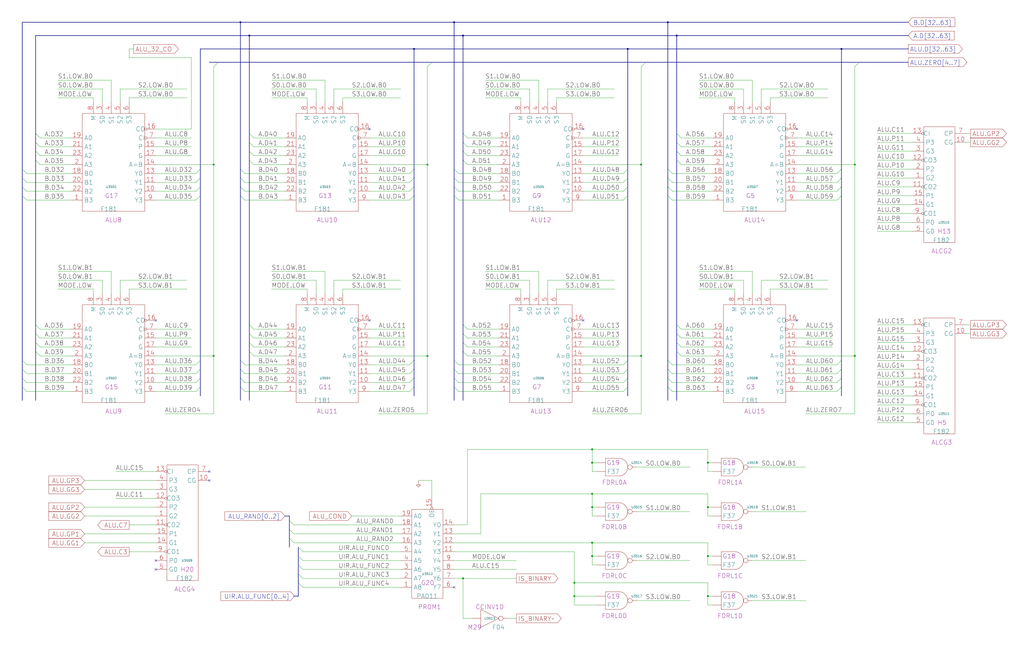
<source format=kicad_sch>
(kicad_sch (version 20250114) (generator "eeschema") (generator_version "9.0")
  (paper "User" 584.2 378.46)
  (title_block (title "ALU ARRAY\\nLEAST SIGNIFICANT BITS") (date "22-MAR-90") (rev "1.0") (comment 1 "VALUE") (comment 2 "232-003063") (comment 3 "S400") (comment 4 "RELEASED"))
  (junction (at 337.82 281.94))
  (junction (at 337.82 309.88))
  (junction (at 337.82 256.54))
  (junction (at 381 12.7))
  (junction (at 403.86 264.16))
  (junction (at 259.08 12.7))
  (junction (at 480.06 27.94))
  (junction (at 358.14 27.94))
  (junction (at 403.86 289.56))
  (junction (at 137.16 12.7))
  (junction (at 264.16 20.32))
  (junction (at 121.92 93.98))
  (junction (at 327.66 332.74))
  (junction (at 403.86 340.36))
  (junction (at 243.84 93.98))
  (junction (at 365.76 203.2))
  (junction (at 264.16 330.2))
  (junction (at 243.84 203.2))
  (junction (at 365.76 93.98))
  (junction (at 236.22 27.94))
  (junction (at 337.82 289.56))
  (junction (at 403.86 317.5))
  (junction (at 327.66 340.36))
  (junction (at 487.68 93.98))
  (junction (at 142.24 20.32))
  (junction (at 337.82 317.5))
  (junction (at 487.68 203.2))
  (junction (at 121.92 203.2))
  (junction (at 337.82 264.16))
  (junction (at 386.08 20.32))
  (no_connect (at 88.9 182.88))
  (no_connect (at 119.38 269.24))
  (no_connect (at 454.66 182.88))
  (no_connect (at 210.82 182.88))
  (no_connect (at 332.74 73.66))
  (no_connect (at 454.66 73.66))
  (no_connect (at 332.74 182.88))
  (no_connect (at 210.82 73.66))
  (no_connect (at 88.9 325.12))
  (no_connect (at 259.08 335.28))
  (no_connect (at 119.38 274.32))
  (no_connect (at 88.9 320.04))
  (bus_entry (at 480.06 220.98) (size -2.54 2.54))
  (bus_entry (at 480.06 205.74) (size -2.54 2.54))
  (bus_entry (at 170.18 312.42) (size 2.54 2.54))
  (bus_entry (at 20.32 86.36) (size 2.54 2.54))
  (bus_entry (at 358.14 106.68) (size -2.54 2.54))
  (bus_entry (at 114.3 210.82) (size -2.54 2.54))
  (bus_entry (at 12.7 106.68) (size 2.54 2.54))
  (bus_entry (at 165.1 307.34) (size 2.54 2.54))
  (bus_entry (at 114.3 220.98) (size -2.54 2.54))
  (bus_entry (at 236.22 210.82) (size -2.54 2.54))
  (bus_entry (at 12.7 111.76) (size 2.54 2.54))
  (bus_entry (at 259.08 111.76) (size 2.54 2.54))
  (bus_entry (at 264.16 200.66) (size 2.54 2.54))
  (bus_entry (at 386.08 76.2) (size 2.54 2.54))
  (bus_entry (at 480.06 101.6) (size -2.54 2.54))
  (bus_entry (at 381 101.6) (size 2.54 2.54))
  (bus_entry (at 114.3 111.76) (size -2.54 2.54))
  (bus_entry (at 12.7 220.98) (size 2.54 2.54))
  (bus_entry (at 264.16 185.42) (size 2.54 2.54))
  (bus_entry (at 137.16 96.52) (size 2.54 2.54))
  (bus_entry (at 236.22 111.76) (size -2.54 2.54))
  (bus_entry (at 137.16 111.76) (size 2.54 2.54))
  (bus_entry (at 236.22 101.6) (size -2.54 2.54))
  (bus_entry (at 381 210.82) (size 2.54 2.54))
  (bus_entry (at 381 220.98) (size 2.54 2.54))
  (bus_entry (at 358.14 210.82) (size -2.54 2.54))
  (bus_entry (at 386.08 200.66) (size 2.54 2.54))
  (bus_entry (at 386.08 185.42) (size 2.54 2.54))
  (bus_entry (at 259.08 205.74) (size 2.54 2.54))
  (bus_entry (at 114.3 215.9) (size -2.54 2.54))
  (bus_entry (at 381 205.74) (size 2.54 2.54))
  (bus_entry (at 142.24 195.58) (size 2.54 2.54))
  (bus_entry (at 142.24 190.5) (size 2.54 2.54))
  (bus_entry (at 20.32 76.2) (size 2.54 2.54))
  (bus_entry (at 165.1 302.26) (size 2.54 2.54))
  (bus_entry (at 264.16 76.2) (size 2.54 2.54))
  (bus_entry (at 264.16 91.44) (size 2.54 2.54))
  (bus_entry (at 170.18 332.74) (size 2.54 2.54))
  (bus_entry (at 137.16 205.74) (size 2.54 2.54))
  (bus_entry (at 20.32 200.66) (size 2.54 2.54))
  (bus_entry (at 137.16 210.82) (size 2.54 2.54))
  (bus_entry (at 142.24 185.42) (size 2.54 2.54))
  (bus_entry (at 259.08 96.52) (size 2.54 2.54))
  (bus_entry (at 170.18 327.66) (size 2.54 2.54))
  (bus_entry (at 142.24 91.44) (size 2.54 2.54))
  (bus_entry (at 137.16 106.68) (size 2.54 2.54))
  (bus_entry (at 480.06 111.76) (size -2.54 2.54))
  (bus_entry (at 165.1 297.18) (size 2.54 2.54))
  (bus_entry (at 20.32 91.44) (size 2.54 2.54))
  (bus_entry (at 381 96.52) (size 2.54 2.54))
  (bus_entry (at 236.22 215.9) (size -2.54 2.54))
  (bus_entry (at 264.16 195.58) (size 2.54 2.54))
  (bus_entry (at 124.46 35.56) (size -2.54 2.54))
  (bus_entry (at 236.22 106.68) (size -2.54 2.54))
  (bus_entry (at 386.08 81.28) (size 2.54 2.54))
  (bus_entry (at 12.7 210.82) (size 2.54 2.54))
  (bus_entry (at 20.32 185.42) (size 2.54 2.54))
  (bus_entry (at 12.7 101.6) (size 2.54 2.54))
  (bus_entry (at 170.18 322.58) (size 2.54 2.54))
  (bus_entry (at 480.06 210.82) (size -2.54 2.54))
  (bus_entry (at 114.3 101.6) (size -2.54 2.54))
  (bus_entry (at 236.22 96.52) (size -2.54 2.54))
  (bus_entry (at 259.08 210.82) (size 2.54 2.54))
  (bus_entry (at 259.08 215.9) (size 2.54 2.54))
  (bus_entry (at 358.14 96.52) (size -2.54 2.54))
  (bus_entry (at 368.3 35.56) (size -2.54 2.54))
  (bus_entry (at 170.18 317.5) (size 2.54 2.54))
  (bus_entry (at 386.08 195.58) (size 2.54 2.54))
  (bus_entry (at 490.22 35.56) (size -2.54 2.54))
  (bus_entry (at 142.24 76.2) (size 2.54 2.54))
  (bus_entry (at 137.16 220.98) (size 2.54 2.54))
  (bus_entry (at 358.14 111.76) (size -2.54 2.54))
  (bus_entry (at 20.32 195.58) (size 2.54 2.54))
  (bus_entry (at 137.16 215.9) (size 2.54 2.54))
  (bus_entry (at 264.16 190.5) (size 2.54 2.54))
  (bus_entry (at 137.16 101.6) (size 2.54 2.54))
  (bus_entry (at 381 215.9) (size 2.54 2.54))
  (bus_entry (at 246.38 35.56) (size -2.54 2.54))
  (bus_entry (at 480.06 96.52) (size -2.54 2.54))
  (bus_entry (at 20.32 190.5) (size 2.54 2.54))
  (bus_entry (at 480.06 106.68) (size -2.54 2.54))
  (bus_entry (at 358.14 101.6) (size -2.54 2.54))
  (bus_entry (at 480.06 215.9) (size -2.54 2.54))
  (bus_entry (at 386.08 86.36) (size 2.54 2.54))
  (bus_entry (at 264.16 86.36) (size 2.54 2.54))
  (bus_entry (at 264.16 81.28) (size 2.54 2.54))
  (bus_entry (at 259.08 101.6) (size 2.54 2.54))
  (bus_entry (at 12.7 96.52) (size 2.54 2.54))
  (bus_entry (at 259.08 220.98) (size 2.54 2.54))
  (bus_entry (at 20.32 81.28) (size 2.54 2.54))
  (bus_entry (at 358.14 215.9) (size -2.54 2.54))
  (bus_entry (at 142.24 86.36) (size 2.54 2.54))
  (bus_entry (at 12.7 205.74) (size 2.54 2.54))
  (bus_entry (at 386.08 190.5) (size 2.54 2.54))
  (bus_entry (at 114.3 205.74) (size -2.54 2.54))
  (bus_entry (at 381 106.68) (size 2.54 2.54))
  (bus_entry (at 114.3 96.52) (size -2.54 2.54))
  (bus_entry (at 259.08 106.68) (size 2.54 2.54))
  (bus_entry (at 12.7 215.9) (size 2.54 2.54))
  (bus_entry (at 236.22 205.74) (size -2.54 2.54))
  (bus_entry (at 142.24 200.66) (size 2.54 2.54))
  (bus_entry (at 381 111.76) (size 2.54 2.54))
  (bus_entry (at 358.14 220.98) (size -2.54 2.54))
  (bus_entry (at 114.3 106.68) (size -2.54 2.54))
  (bus_entry (at 358.14 205.74) (size -2.54 2.54))
  (bus_entry (at 142.24 81.28) (size 2.54 2.54))
  (bus_entry (at 386.08 91.44) (size 2.54 2.54))
  (bus_entry (at 236.22 220.98) (size -2.54 2.54))
  (bus (pts (xy 358.14 205.74) (xy 358.14 210.82)))
  (wire (pts (xy 398.78 45.72) (xy 429.26 45.72)))
  (wire (pts (xy 190.5 50.8) (xy 228.6 50.8)))
  (bus (pts (xy 12.7 96.52) (xy 12.7 101.6)))
  (wire (pts (xy 73.66 58.42) (xy 73.66 55.88)))
  (bus (pts (xy 170.18 312.42) (xy 170.18 317.5)))
  (bus (pts (xy 381 210.82) (xy 381 215.9)))
  (wire (pts (xy 312.42 167.64) (xy 312.42 160.02)))
  (bus (pts (xy 20.32 185.42) (xy 20.32 190.5)))
  (wire (pts (xy 398.78 55.88) (xy 419.1 55.88)))
  (wire (pts (xy 327.66 340.36) (xy 340.36 340.36)))
  (wire (pts (xy 266.7 193.04) (xy 284.48 193.04)))
  (wire (pts (xy 388.62 187.96) (xy 406.4 187.96)))
  (wire (pts (xy 63.5 58.42) (xy 63.5 45.72)))
  (wire (pts (xy 454.66 93.98) (xy 487.68 93.98)))
  (wire (pts (xy 434.34 58.42) (xy 434.34 50.8)))
  (wire (pts (xy 383.54 109.22) (xy 406.4 109.22)))
  (bus (pts (xy 381 12.7) (xy 381 96.52)))
  (bus (pts (xy 381 101.6) (xy 381 106.68)))
  (bus (pts (xy 264.16 200.66) (xy 264.16 228.6)))
  (wire (pts (xy 154.94 45.72) (xy 185.42 45.72)))
  (bus (pts (xy 259.08 101.6) (xy 259.08 106.68)))
  (wire (pts (xy 15.24 218.44) (xy 40.64 218.44)))
  (wire (pts (xy 276.86 45.72) (xy 307.34 45.72)))
  (wire (pts (xy 500.38 86.36) (xy 520.7 86.36)))
  (wire (pts (xy 307.34 167.64) (xy 307.34 154.94)))
  (bus (pts (xy 381 12.7) (xy 518.16 12.7)))
  (bus (pts (xy 142.24 200.66) (xy 142.24 228.6)))
  (bus (pts (xy 12.7 12.7) (xy 12.7 96.52)))
  (wire (pts (xy 500.38 205.74) (xy 520.7 205.74)))
  (bus (pts (xy 480.06 101.6) (xy 480.06 106.68)))
  (wire (pts (xy 403.86 264.16) (xy 406.4 264.16)))
  (bus (pts (xy 480.06 27.94) (xy 518.16 27.94)))
  (wire (pts (xy 261.62 208.28) (xy 284.48 208.28)))
  (wire (pts (xy 388.62 203.2) (xy 406.4 203.2)))
  (wire (pts (xy 144.78 198.12) (xy 162.56 198.12)))
  (wire (pts (xy 419.1 167.64) (xy 419.1 165.1)))
  (bus (pts (xy 137.16 111.76) (xy 137.16 205.74)))
  (wire (pts (xy 332.74 218.44) (xy 355.6 218.44)))
  (wire (pts (xy 276.86 55.88) (xy 297.18 55.88)))
  (wire (pts (xy 88.9 208.28) (xy 111.76 208.28)))
  (wire (pts (xy 33.02 160.02) (xy 58.42 160.02)))
  (wire (pts (xy 332.74 193.04) (xy 353.06 193.04)))
  (wire (pts (xy 33.02 50.8) (xy 58.42 50.8)))
  (wire (pts (xy 383.54 104.14) (xy 406.4 104.14)))
  (wire (pts (xy 33.02 165.1) (xy 53.34 165.1)))
  (wire (pts (xy 88.9 198.12) (xy 109.22 198.12)))
  (wire (pts (xy 243.84 93.98) (xy 243.84 38.1)))
  (wire (pts (xy 363.22 320.04) (xy 393.7 320.04)))
  (wire (pts (xy 190.5 160.02) (xy 228.6 160.02)))
  (wire (pts (xy 154.94 165.1) (xy 175.26 165.1)))
  (bus (pts (xy 236.22 101.6) (xy 236.22 106.68)))
  (wire (pts (xy 167.64 309.88) (xy 228.6 309.88)))
  (bus (pts (xy 480.06 111.76) (xy 480.06 205.74)))
  (wire (pts (xy 264.16 353.06) (xy 269.24 353.06)))
  (bus (pts (xy 259.08 111.76) (xy 259.08 205.74)))
  (wire (pts (xy 454.66 203.2) (xy 487.68 203.2)))
  (bus (pts (xy 20.32 76.2) (xy 20.32 81.28)))
  (wire (pts (xy 297.18 58.42) (xy 297.18 55.88)))
  (wire (pts (xy 274.32 304.8) (xy 274.32 281.94)))
  (wire (pts (xy 73.66 165.1) (xy 106.68 165.1)))
  (bus (pts (xy 264.16 91.44) (xy 264.16 185.42)))
  (wire (pts (xy 210.82 218.44) (xy 233.68 218.44)))
  (bus (pts (xy 142.24 20.32) (xy 142.24 76.2)))
  (wire (pts (xy 312.42 50.8) (xy 350.52 50.8)))
  (wire (pts (xy 487.68 93.98) (xy 487.68 38.1)))
  (bus (pts (xy 386.08 86.36) (xy 386.08 91.44)))
  (wire (pts (xy 500.38 132.08) (xy 520.7 132.08)))
  (wire (pts (xy 33.02 45.72) (xy 63.5 45.72)))
  (wire (pts (xy 243.84 236.22) (xy 243.84 203.2)))
  (wire (pts (xy 22.86 93.98) (xy 40.64 93.98)))
  (wire (pts (xy 429.26 266.7) (xy 459.74 266.7)))
  (wire (pts (xy 363.22 292.1) (xy 393.7 292.1)))
  (wire (pts (xy 388.62 193.04) (xy 406.4 193.04)))
  (wire (pts (xy 337.82 281.94) (xy 337.82 289.56)))
  (wire (pts (xy 172.72 330.2) (xy 228.6 330.2)))
  (wire (pts (xy 276.86 154.94) (xy 307.34 154.94)))
  (wire (pts (xy 259.08 304.8) (xy 274.32 304.8)))
  (wire (pts (xy 454.66 104.14) (xy 477.52 104.14)))
  (wire (pts (xy 139.7 218.44) (xy 162.56 218.44)))
  (wire (pts (xy 454.66 208.28) (xy 477.52 208.28)))
  (wire (pts (xy 487.68 236.22) (xy 487.68 203.2)))
  (bus (pts (xy 236.22 215.9) (xy 236.22 220.98)))
  (wire (pts (xy 454.66 78.74) (xy 474.98 78.74)))
  (wire (pts (xy 363.22 342.9) (xy 393.7 342.9)))
  (wire (pts (xy 68.58 167.64) (xy 68.58 160.02)))
  (wire (pts (xy 337.82 309.88) (xy 259.08 309.88)))
  (wire (pts (xy 388.62 198.12) (xy 406.4 198.12)))
  (wire (pts (xy 266.7 187.96) (xy 284.48 187.96)))
  (bus (pts (xy 480.06 210.82) (xy 480.06 215.9)))
  (wire (pts (xy 68.58 50.8) (xy 106.68 50.8)))
  (bus (pts (xy 170.18 322.58) (xy 170.18 327.66)))
  (wire (pts (xy 429.26 342.9) (xy 459.74 342.9)))
  (wire (pts (xy 73.66 299.72) (xy 88.9 299.72)))
  (wire (pts (xy 175.26 58.42) (xy 175.26 55.88)))
  (bus (pts (xy 386.08 190.5) (xy 386.08 195.58)))
  (wire (pts (xy 500.38 200.66) (xy 520.7 200.66)))
  (wire (pts (xy 398.78 165.1) (xy 419.1 165.1)))
  (wire (pts (xy 365.76 236.22) (xy 365.76 203.2)))
  (wire (pts (xy 15.24 208.28) (xy 40.64 208.28)))
  (wire (pts (xy 403.86 322.58) (xy 403.86 317.5)))
  (bus (pts (xy 386.08 20.32) (xy 518.16 20.32)))
  (bus (pts (xy 114.3 111.76) (xy 114.3 205.74)))
  (wire (pts (xy 434.34 160.02) (xy 472.44 160.02)))
  (bus (pts (xy 480.06 27.94) (xy 480.06 96.52)))
  (wire (pts (xy 264.16 330.2) (xy 294.64 330.2)))
  (wire (pts (xy 388.62 88.9) (xy 406.4 88.9)))
  (wire (pts (xy 297.18 167.64) (xy 297.18 165.1)))
  (wire (pts (xy 312.42 58.42) (xy 312.42 50.8)))
  (wire (pts (xy 172.72 325.12) (xy 228.6 325.12)))
  (wire (pts (xy 429.26 167.64) (xy 429.26 154.94)))
  (bus (pts (xy 386.08 81.28) (xy 386.08 86.36)))
  (wire (pts (xy 340.36 322.58) (xy 337.82 322.58)))
  (wire (pts (xy 439.42 165.1) (xy 472.44 165.1)))
  (bus (pts (xy 165.1 307.34) (xy 165.1 312.42)))
  (wire (pts (xy 424.18 167.64) (xy 424.18 160.02)))
  (wire (pts (xy 302.26 167.64) (xy 302.26 160.02)))
  (wire (pts (xy 48.26 294.64) (xy 88.9 294.64)))
  (wire (pts (xy 274.32 281.94) (xy 337.82 281.94)))
  (wire (pts (xy 317.5 58.42) (xy 317.5 55.88)))
  (wire (pts (xy 210.82 213.36) (xy 233.68 213.36)))
  (wire (pts (xy 500.38 76.2) (xy 520.7 76.2)))
  (bus (pts (xy 137.16 215.9) (xy 137.16 220.98)))
  (wire (pts (xy 154.94 50.8) (xy 180.34 50.8)))
  (wire (pts (xy 439.42 58.42) (xy 439.42 55.88)))
  (bus (pts (xy 386.08 91.44) (xy 386.08 185.42)))
  (bus (pts (xy 137.16 12.7) (xy 259.08 12.7)))
  (wire (pts (xy 337.82 264.16) (xy 340.36 264.16)))
  (wire (pts (xy 33.02 154.94) (xy 63.5 154.94)))
  (wire (pts (xy 317.5 167.64) (xy 317.5 165.1)))
  (wire (pts (xy 406.4 322.58) (xy 403.86 322.58)))
  (wire (pts (xy 266.7 256.54) (xy 337.82 256.54)))
  (wire (pts (xy 195.58 55.88) (xy 228.6 55.88)))
  (wire (pts (xy 383.54 218.44) (xy 406.4 218.44)))
  (bus (pts (xy 142.24 91.44) (xy 142.24 185.42)))
  (wire (pts (xy 195.58 165.1) (xy 228.6 165.1)))
  (bus (pts (xy 165.1 294.64) (xy 165.1 297.18)))
  (wire (pts (xy 337.82 289.56) (xy 337.82 294.64)))
  (bus (pts (xy 137.16 106.68) (xy 137.16 111.76)))
  (wire (pts (xy 403.86 317.5) (xy 406.4 317.5)))
  (wire (pts (xy 332.74 203.2) (xy 365.76 203.2)))
  (bus (pts (xy 358.14 220.98) (xy 358.14 226.06)))
  (wire (pts (xy 22.86 187.96) (xy 40.64 187.96)))
  (bus (pts (xy 114.3 205.74) (xy 114.3 210.82)))
  (wire (pts (xy 63.5 167.64) (xy 63.5 154.94)))
  (wire (pts (xy 261.62 114.3) (xy 284.48 114.3)))
  (wire (pts (xy 276.86 165.1) (xy 297.18 165.1)))
  (wire (pts (xy 88.9 114.3) (xy 111.76 114.3)))
  (wire (pts (xy 500.38 226.06) (xy 520.7 226.06)))
  (wire (pts (xy 144.78 93.98) (xy 162.56 93.98)))
  (wire (pts (xy 551.18 76.2) (xy 553.72 76.2)))
  (bus (pts (xy 358.14 96.52) (xy 358.14 101.6)))
  (wire (pts (xy 172.72 335.28) (xy 228.6 335.28)))
  (bus (pts (xy 165.1 297.18) (xy 165.1 302.26)))
  (bus (pts (xy 12.7 215.9) (xy 12.7 220.98)))
  (wire (pts (xy 312.42 160.02) (xy 350.52 160.02)))
  (wire (pts (xy 500.38 81.28) (xy 520.7 81.28)))
  (bus (pts (xy 12.7 101.6) (xy 12.7 106.68)))
  (bus (pts (xy 259.08 106.68) (xy 259.08 111.76)))
  (bus (pts (xy 114.3 215.9) (xy 114.3 220.98)))
  (wire (pts (xy 195.58 167.64) (xy 195.58 165.1)))
  (wire (pts (xy 172.72 314.96) (xy 228.6 314.96)))
  (wire (pts (xy 403.86 289.56) (xy 406.4 289.56)))
  (bus (pts (xy 236.22 111.76) (xy 236.22 205.74)))
  (wire (pts (xy 180.34 58.42) (xy 180.34 50.8)))
  (wire (pts (xy 266.7 88.9) (xy 284.48 88.9)))
  (wire (pts (xy 144.78 88.9) (xy 162.56 88.9)))
  (wire (pts (xy 88.9 93.98) (xy 121.92 93.98)))
  (wire (pts (xy 73.66 33.02) (xy 109.22 33.02)))
  (wire (pts (xy 261.62 223.52) (xy 284.48 223.52)))
  (bus (pts (xy 264.16 20.32) (xy 386.08 20.32)))
  (wire (pts (xy 88.9 83.82) (xy 109.22 83.82)))
  (wire (pts (xy 403.86 269.24) (xy 406.4 269.24)))
  (wire (pts (xy 429.26 292.1) (xy 459.74 292.1)))
  (wire (pts (xy 144.78 203.2) (xy 162.56 203.2)))
  (wire (pts (xy 68.58 58.42) (xy 68.58 50.8)))
  (bus (pts (xy 386.08 200.66) (xy 386.08 228.6)))
  (wire (pts (xy 383.54 213.36) (xy 406.4 213.36)))
  (wire (pts (xy 403.86 332.74) (xy 403.86 340.36)))
  (wire (pts (xy 332.74 187.96) (xy 353.06 187.96)))
  (wire (pts (xy 261.62 218.44) (xy 284.48 218.44)))
  (wire (pts (xy 454.66 213.36) (xy 477.52 213.36)))
  (bus (pts (xy 114.3 96.52) (xy 114.3 101.6)))
  (bus (pts (xy 480.06 96.52) (xy 480.06 101.6)))
  (wire (pts (xy 388.62 93.98) (xy 406.4 93.98)))
  (wire (pts (xy 332.74 213.36) (xy 355.6 213.36)))
  (wire (pts (xy 88.9 218.44) (xy 111.76 218.44)))
  (wire (pts (xy 383.54 223.52) (xy 406.4 223.52)))
  (wire (pts (xy 337.82 236.22) (xy 365.76 236.22)))
  (wire (pts (xy 73.66 314.96) (xy 88.9 314.96)))
  (wire (pts (xy 337.82 281.94) (xy 403.86 281.94)))
  (wire (pts (xy 454.66 193.04) (xy 474.98 193.04)))
  (wire (pts (xy 88.9 73.66) (xy 109.22 73.66)))
  (wire (pts (xy 190.5 167.64) (xy 190.5 160.02)))
  (wire (pts (xy 500.38 106.68) (xy 520.7 106.68)))
  (bus (pts (xy 170.18 327.66) (xy 170.18 332.74)))
  (wire (pts (xy 66.04 269.24) (xy 88.9 269.24)))
  (wire (pts (xy 73.66 27.94) (xy 73.66 33.02)))
  (wire (pts (xy 403.86 289.56) (xy 403.86 294.64)))
  (wire (pts (xy 144.78 83.82) (xy 162.56 83.82)))
  (bus (pts (xy 137.16 96.52) (xy 137.16 101.6)))
  (wire (pts (xy 259.08 299.72) (xy 266.7 299.72)))
  (wire (pts (xy 403.86 345.44) (xy 406.4 345.44)))
  (wire (pts (xy 139.7 109.22) (xy 162.56 109.22)))
  (wire (pts (xy 337.82 289.56) (xy 340.36 289.56)))
  (bus (pts (xy 137.16 210.82) (xy 137.16 215.9)))
  (bus (pts (xy 137.16 205.74) (xy 137.16 210.82)))
  (wire (pts (xy 200.66 294.64) (xy 228.6 294.64)))
  (wire (pts (xy 15.24 109.22) (xy 40.64 109.22)))
  (bus (pts (xy 259.08 12.7) (xy 259.08 96.52)))
  (wire (pts (xy 327.66 332.74) (xy 403.86 332.74)))
  (wire (pts (xy 363.22 266.7) (xy 393.7 266.7)))
  (wire (pts (xy 210.82 109.22) (xy 233.68 109.22)))
  (wire (pts (xy 365.76 93.98) (xy 365.76 38.1)))
  (bus (pts (xy 142.24 76.2) (xy 142.24 81.28)))
  (bus (pts (xy 264.16 20.32) (xy 264.16 76.2)))
  (wire (pts (xy 139.7 99.06) (xy 162.56 99.06)))
  (bus (pts (xy 12.7 205.74) (xy 12.7 210.82)))
  (wire (pts (xy 454.66 109.22) (xy 477.52 109.22)))
  (wire (pts (xy 154.94 154.94) (xy 185.42 154.94)))
  (bus (pts (xy 12.7 12.7) (xy 137.16 12.7)))
  (wire (pts (xy 500.38 121.92) (xy 520.7 121.92)))
  (wire (pts (xy 500.38 96.52) (xy 520.7 96.52)))
  (wire (pts (xy 276.86 50.8) (xy 302.26 50.8)))
  (bus (pts (xy 162.56 294.64) (xy 165.1 294.64)))
  (wire (pts (xy 403.86 264.16) (xy 403.86 269.24)))
  (wire (pts (xy 398.78 160.02) (xy 424.18 160.02)))
  (wire (pts (xy 210.82 198.12) (xy 231.14 198.12)))
  (bus (pts (xy 381 220.98) (xy 381 228.6)))
  (bus (pts (xy 114.3 101.6) (xy 114.3 106.68)))
  (bus (pts (xy 12.7 210.82) (xy 12.7 215.9)))
  (wire (pts (xy 22.86 88.9) (xy 40.64 88.9)))
  (wire (pts (xy 487.68 203.2) (xy 487.68 93.98)))
  (bus (pts (xy 259.08 96.52) (xy 259.08 101.6)))
  (wire (pts (xy 243.84 203.2) (xy 243.84 93.98)))
  (wire (pts (xy 500.38 185.42) (xy 520.7 185.42)))
  (wire (pts (xy 332.74 78.74) (xy 353.06 78.74)))
  (wire (pts (xy 340.36 294.64) (xy 337.82 294.64)))
  (bus (pts (xy 165.1 302.26) (xy 165.1 307.34)))
  (wire (pts (xy 15.24 223.52) (xy 40.64 223.52)))
  (wire (pts (xy 276.86 160.02) (xy 302.26 160.02)))
  (wire (pts (xy 419.1 58.42) (xy 419.1 55.88)))
  (bus (pts (xy 236.22 27.94) (xy 236.22 96.52)))
  (wire (pts (xy 264.16 330.2) (xy 264.16 353.06)))
  (wire (pts (xy 88.9 203.2) (xy 121.92 203.2)))
  (wire (pts (xy 180.34 167.64) (xy 180.34 160.02)))
  (bus (pts (xy 236.22 210.82) (xy 236.22 215.9)))
  (wire (pts (xy 22.86 198.12) (xy 40.64 198.12)))
  (bus (pts (xy 259.08 220.98) (xy 259.08 228.6)))
  (wire (pts (xy 454.66 99.06) (xy 477.52 99.06)))
  (bus (pts (xy 119.38 35.56) (xy 124.46 35.56)))
  (wire (pts (xy 167.64 304.8) (xy 228.6 304.8)))
  (bus (pts (xy 137.16 220.98) (xy 137.16 228.6)))
  (wire (pts (xy 500.38 241.3) (xy 520.7 241.3)))
  (bus (pts (xy 170.18 317.5) (xy 170.18 322.58)))
  (wire (pts (xy 500.38 91.44) (xy 520.7 91.44)))
  (wire (pts (xy 121.92 236.22) (xy 121.92 203.2)))
  (bus (pts (xy 259.08 205.74) (xy 259.08 210.82)))
  (wire (pts (xy 454.66 218.44) (xy 477.52 218.44)))
  (wire (pts (xy 327.66 340.36) (xy 327.66 345.44)))
  (wire (pts (xy 551.18 185.42) (xy 553.72 185.42)))
  (wire (pts (xy 22.86 83.82) (xy 40.64 83.82)))
  (wire (pts (xy 246.38 274.32) (xy 246.38 284.48)))
  (wire (pts (xy 551.18 81.28) (xy 553.72 81.28)))
  (bus (pts (xy 142.24 20.32) (xy 264.16 20.32)))
  (wire (pts (xy 53.34 167.64) (xy 53.34 165.1)))
  (wire (pts (xy 429.26 320.04) (xy 459.74 320.04)))
  (wire (pts (xy 327.66 332.74) (xy 327.66 340.36)))
  (bus (pts (xy 358.14 27.94) (xy 358.14 96.52)))
  (bus (pts (xy 264.16 81.28) (xy 264.16 86.36)))
  (bus (pts (xy 142.24 190.5) (xy 142.24 195.58)))
  (wire (pts (xy 337.82 256.54) (xy 403.86 256.54)))
  (wire (pts (xy 139.7 223.52) (xy 162.56 223.52)))
  (wire (pts (xy 332.74 93.98) (xy 365.76 93.98)))
  (bus (pts (xy 114.3 27.94) (xy 236.22 27.94)))
  (wire (pts (xy 259.08 320.04) (xy 294.64 320.04)))
  (wire (pts (xy 48.26 309.88) (xy 88.9 309.88)))
  (bus (pts (xy 114.3 106.68) (xy 114.3 111.76)))
  (wire (pts (xy 88.9 109.22) (xy 111.76 109.22)))
  (wire (pts (xy 424.18 58.42) (xy 424.18 50.8)))
  (wire (pts (xy 48.26 274.32) (xy 88.9 274.32)))
  (wire (pts (xy 190.5 58.42) (xy 190.5 50.8)))
  (wire (pts (xy 66.04 284.48) (xy 88.9 284.48)))
  (bus (pts (xy 236.22 96.52) (xy 236.22 101.6)))
  (wire (pts (xy 139.7 213.36) (xy 162.56 213.36)))
  (wire (pts (xy 337.82 269.24) (xy 337.82 264.16)))
  (wire (pts (xy 383.54 99.06) (xy 406.4 99.06)))
  (wire (pts (xy 403.86 294.64) (xy 406.4 294.64)))
  (wire (pts (xy 388.62 78.74) (xy 406.4 78.74)))
  (wire (pts (xy 307.34 58.42) (xy 307.34 45.72)))
  (wire (pts (xy 210.82 88.9) (xy 231.14 88.9)))
  (bus (pts (xy 358.14 215.9) (xy 358.14 220.98)))
  (wire (pts (xy 33.02 55.88) (xy 53.34 55.88)))
  (bus (pts (xy 20.32 86.36) (xy 20.32 91.44)))
  (bus (pts (xy 368.3 35.56) (xy 490.22 35.56)))
  (wire (pts (xy 289.56 353.06) (xy 294.64 353.06)))
  (wire (pts (xy 88.9 88.9) (xy 109.22 88.9)))
  (wire (pts (xy 332.74 99.06) (xy 355.6 99.06)))
  (bus (pts (xy 264.16 195.58) (xy 264.16 200.66)))
  (wire (pts (xy 15.24 213.36) (xy 40.64 213.36)))
  (wire (pts (xy 500.38 111.76) (xy 520.7 111.76)))
  (wire (pts (xy 332.74 114.3) (xy 355.6 114.3)))
  (bus (pts (xy 20.32 20.32) (xy 142.24 20.32)))
  (wire (pts (xy 15.24 99.06) (xy 40.64 99.06)))
  (bus (pts (xy 12.7 220.98) (xy 12.7 228.6)))
  (wire (pts (xy 500.38 195.58) (xy 520.7 195.58)))
  (wire (pts (xy 210.82 114.3) (xy 233.68 114.3)))
  (wire (pts (xy 332.74 88.9) (xy 353.06 88.9)))
  (bus (pts (xy 246.38 35.56) (xy 368.3 35.56)))
  (wire (pts (xy 459.74 236.22) (xy 487.68 236.22)))
  (wire (pts (xy 48.26 304.8) (xy 88.9 304.8)))
  (wire (pts (xy 454.66 223.52) (xy 477.52 223.52)))
  (bus (pts (xy 480.06 106.68) (xy 480.06 111.76)))
  (wire (pts (xy 210.82 78.74) (xy 231.14 78.74)))
  (bus (pts (xy 114.3 210.82) (xy 114.3 215.9)))
  (bus (pts (xy 480.06 215.9) (xy 480.06 220.98)))
  (bus (pts (xy 480.06 220.98) (xy 480.06 226.06)))
  (wire (pts (xy 500.38 127) (xy 520.7 127)))
  (bus (pts (xy 236.22 27.94) (xy 358.14 27.94)))
  (bus (pts (xy 259.08 215.9) (xy 259.08 220.98)))
  (bus (pts (xy 480.06 205.74) (xy 480.06 210.82)))
  (wire (pts (xy 403.86 340.36) (xy 406.4 340.36)))
  (wire (pts (xy 210.82 104.14) (xy 233.68 104.14)))
  (wire (pts (xy 332.74 208.28) (xy 355.6 208.28)))
  (wire (pts (xy 266.7 78.74) (xy 284.48 78.74)))
  (wire (pts (xy 429.26 58.42) (xy 429.26 45.72)))
  (wire (pts (xy 332.74 83.82) (xy 353.06 83.82)))
  (wire (pts (xy 403.86 281.94) (xy 403.86 289.56)))
  (wire (pts (xy 93.98 236.22) (xy 121.92 236.22)))
  (bus (pts (xy 12.7 106.68) (xy 12.7 111.76)))
  (bus (pts (xy 264.16 185.42) (xy 264.16 190.5)))
  (bus (pts (xy 264.16 76.2) (xy 264.16 81.28)))
  (bus (pts (xy 386.08 195.58) (xy 386.08 200.66)))
  (bus (pts (xy 142.24 81.28) (xy 142.24 86.36)))
  (wire (pts (xy 388.62 83.82) (xy 406.4 83.82)))
  (wire (pts (xy 337.82 317.5) (xy 337.82 309.88)))
  (wire (pts (xy 266.7 83.82) (xy 284.48 83.82)))
  (wire (pts (xy 210.82 223.52) (xy 233.68 223.52)))
  (bus (pts (xy 358.14 101.6) (xy 358.14 106.68)))
  (wire (pts (xy 266.7 198.12) (xy 284.48 198.12)))
  (bus (pts (xy 358.14 27.94) (xy 480.06 27.94)))
  (wire (pts (xy 210.82 203.2) (xy 243.84 203.2)))
  (bus (pts (xy 167.64 340.36) (xy 170.18 340.36)))
  (wire (pts (xy 144.78 187.96) (xy 162.56 187.96)))
  (wire (pts (xy 185.42 58.42) (xy 185.42 45.72)))
  (wire (pts (xy 261.62 109.22) (xy 284.48 109.22)))
  (wire (pts (xy 53.34 58.42) (xy 53.34 55.88)))
  (bus (pts (xy 170.18 332.74) (xy 170.18 340.36)))
  (bus (pts (xy 236.22 106.68) (xy 236.22 111.76)))
  (wire (pts (xy 500.38 231.14) (xy 520.7 231.14)))
  (wire (pts (xy 337.82 317.5) (xy 340.36 317.5)))
  (wire (pts (xy 403.86 340.36) (xy 403.86 345.44)))
  (wire (pts (xy 88.9 104.14) (xy 111.76 104.14)))
  (wire (pts (xy 76.2 27.94) (xy 73.66 27.94)))
  (wire (pts (xy 15.24 104.14) (xy 40.64 104.14)))
  (wire (pts (xy 172.72 320.04) (xy 228.6 320.04)))
  (wire (pts (xy 22.86 203.2) (xy 40.64 203.2)))
  (wire (pts (xy 383.54 208.28) (xy 406.4 208.28)))
  (bus (pts (xy 259.08 210.82) (xy 259.08 215.9)))
  (bus (pts (xy 142.24 86.36) (xy 142.24 91.44)))
  (wire (pts (xy 454.66 114.3) (xy 477.52 114.3)))
  (wire (pts (xy 238.76 274.32) (xy 246.38 274.32)))
  (bus (pts (xy 20.32 91.44) (xy 20.32 185.42)))
  (wire (pts (xy 58.42 58.42) (xy 58.42 50.8)))
  (wire (pts (xy 266.7 93.98) (xy 284.48 93.98)))
  (wire (pts (xy 439.42 167.64) (xy 439.42 165.1)))
  (wire (pts (xy 68.58 160.02) (xy 106.68 160.02)))
  (wire (pts (xy 15.24 114.3) (xy 40.64 114.3)))
  (wire (pts (xy 261.62 213.36) (xy 284.48 213.36)))
  (wire (pts (xy 266.7 299.72) (xy 266.7 256.54)))
  (bus (pts (xy 386.08 185.42) (xy 386.08 190.5)))
  (bus (pts (xy 20.32 20.32) (xy 20.32 76.2)))
  (wire (pts (xy 210.82 193.04) (xy 231.14 193.04)))
  (wire (pts (xy 340.36 269.24) (xy 337.82 269.24)))
  (bus (pts (xy 142.24 195.58) (xy 142.24 200.66)))
  (wire (pts (xy 403.86 309.88) (xy 337.82 309.88)))
  (wire (pts (xy 210.82 187.96) (xy 231.14 187.96)))
  (wire (pts (xy 167.64 299.72) (xy 228.6 299.72)))
  (wire (pts (xy 454.66 198.12) (xy 474.98 198.12)))
  (wire (pts (xy 398.78 154.94) (xy 429.26 154.94)))
  (wire (pts (xy 434.34 167.64) (xy 434.34 160.02)))
  (wire (pts (xy 139.7 208.28) (xy 162.56 208.28)))
  (wire (pts (xy 383.54 114.3) (xy 406.4 114.3)))
  (wire (pts (xy 332.74 109.22) (xy 355.6 109.22)))
  (bus (pts (xy 137.16 101.6) (xy 137.16 106.68)))
  (wire (pts (xy 259.08 314.96) (xy 327.66 314.96)))
  (wire (pts (xy 88.9 213.36) (xy 111.76 213.36)))
  (bus (pts (xy 381 111.76) (xy 381 205.74)))
  (bus (pts (xy 124.46 35.56) (xy 246.38 35.56)))
  (wire (pts (xy 500.38 220.98) (xy 520.7 220.98)))
  (bus (pts (xy 20.32 81.28) (xy 20.32 86.36)))
  (bus (pts (xy 236.22 220.98) (xy 236.22 226.06)))
  (wire (pts (xy 48.26 289.56) (xy 88.9 289.56)))
  (wire (pts (xy 154.94 160.02) (xy 180.34 160.02)))
  (bus (pts (xy 358.14 106.68) (xy 358.14 111.76)))
  (wire (pts (xy 365.76 203.2) (xy 365.76 93.98)))
  (bus (pts (xy 20.32 190.5) (xy 20.32 195.58)))
  (wire (pts (xy 195.58 58.42) (xy 195.58 55.88)))
  (wire (pts (xy 332.74 198.12) (xy 353.06 198.12)))
  (wire (pts (xy 22.86 78.74) (xy 40.64 78.74)))
  (wire (pts (xy 302.26 58.42) (xy 302.26 50.8)))
  (bus (pts (xy 142.24 185.42) (xy 142.24 190.5)))
  (wire (pts (xy 403.86 317.5) (xy 403.86 309.88)))
  (wire (pts (xy 398.78 50.8) (xy 424.18 50.8)))
  (wire (pts (xy 500.38 236.22) (xy 520.7 236.22)))
  (wire (pts (xy 317.5 165.1) (xy 350.52 165.1)))
  (wire (pts (xy 434.34 50.8) (xy 472.44 50.8)))
  (bus (pts (xy 20.32 195.58) (xy 20.32 200.66)))
  (wire (pts (xy 215.9 236.22) (xy 243.84 236.22)))
  (bus (pts (xy 381 96.52) (xy 381 101.6)))
  (wire (pts (xy 48.26 279.4) (xy 88.9 279.4)))
  (wire (pts (xy 261.62 104.14) (xy 284.48 104.14)))
  (wire (pts (xy 266.7 203.2) (xy 284.48 203.2)))
  (wire (pts (xy 259.08 330.2) (xy 264.16 330.2)))
  (wire (pts (xy 500.38 190.5) (xy 520.7 190.5)))
  (bus (pts (xy 114.3 27.94) (xy 114.3 96.52)))
  (bus (pts (xy 358.14 210.82) (xy 358.14 215.9)))
  (wire (pts (xy 500.38 116.84) (xy 520.7 116.84)))
  (wire (pts (xy 210.82 208.28) (xy 233.68 208.28)))
  (wire (pts (xy 551.18 190.5) (xy 553.72 190.5)))
  (bus (pts (xy 386.08 20.32) (xy 386.08 76.2)))
  (wire (pts (xy 175.26 167.64) (xy 175.26 165.1)))
  (wire (pts (xy 154.94 55.88) (xy 175.26 55.88)))
  (wire (pts (xy 403.86 256.54) (xy 403.86 264.16)))
  (wire (pts (xy 210.82 83.82) (xy 231.14 83.82)))
  (wire (pts (xy 500.38 210.82) (xy 520.7 210.82)))
  (wire (pts (xy 210.82 93.98) (xy 243.84 93.98)))
  (wire (pts (xy 139.7 114.3) (xy 162.56 114.3)))
  (wire (pts (xy 73.66 55.88) (xy 106.68 55.88)))
  (wire (pts (xy 22.86 193.04) (xy 40.64 193.04)))
  (wire (pts (xy 144.78 78.74) (xy 162.56 78.74)))
  (wire (pts (xy 454.66 83.82) (xy 474.98 83.82)))
  (bus (pts (xy 490.22 35.56) (xy 518.16 35.56)))
  (bus (pts (xy 381 205.74) (xy 381 210.82)))
  (bus (pts (xy 264.16 190.5) (xy 264.16 195.58)))
  (bus (pts (xy 137.16 12.7) (xy 137.16 96.52)))
  (bus (pts (xy 20.32 200.66) (xy 20.32 228.6)))
  (wire (pts (xy 337.82 264.16) (xy 337.82 256.54)))
  (bus (pts (xy 264.16 86.36) (xy 264.16 91.44)))
  (bus (pts (xy 114.3 220.98) (xy 114.3 226.06)))
  (wire (pts (xy 327.66 314.96) (xy 327.66 332.74)))
  (bus (pts (xy 358.14 111.76) (xy 358.14 205.74)))
  (wire (pts (xy 317.5 55.88) (xy 350.52 55.88)))
  (bus (pts (xy 381 106.68) (xy 381 111.76)))
  (wire (pts (xy 121.92 93.98) (xy 121.92 38.1)))
  (wire (pts (xy 332.74 223.52) (xy 355.6 223.52)))
  (wire (pts (xy 73.66 167.64) (xy 73.66 165.1)))
  (wire (pts (xy 139.7 104.14) (xy 162.56 104.14)))
  (wire (pts (xy 109.22 33.02) (xy 109.22 73.66)))
  (wire (pts (xy 327.66 345.44) (xy 340.36 345.44)))
  (bus (pts (xy 259.08 12.7) (xy 381 12.7)))
  (wire (pts (xy 337.82 322.58) (xy 337.82 317.5)))
  (wire (pts (xy 454.66 187.96) (xy 474.98 187.96)))
  (wire (pts (xy 88.9 99.06) (xy 111.76 99.06)))
  (wire (pts (xy 261.62 99.06) (xy 284.48 99.06)))
  (wire (pts (xy 88.9 193.04) (xy 109.22 193.04)))
  (wire (pts (xy 58.42 167.64) (xy 58.42 160.02)))
  (wire (pts (xy 88.9 187.96) (xy 109.22 187.96)))
  (wire (pts (xy 210.82 99.06) (xy 233.68 99.06)))
  (wire (pts (xy 88.9 223.52) (xy 111.76 223.52)))
  (wire (pts (xy 500.38 215.9) (xy 520.7 215.9)))
  (bus (pts (xy 12.7 111.76) (xy 12.7 205.74)))
  (wire (pts (xy 121.92 203.2) (xy 121.92 93.98)))
  (bus (pts (xy 236.22 205.74) (xy 236.22 210.82)))
  (wire (pts (xy 259.08 325.12) (xy 294.64 325.12)))
  (wire (pts (xy 454.66 88.9) (xy 474.98 88.9)))
  (wire (pts (xy 144.78 193.04) (xy 162.56 193.04)))
  (wire (pts (xy 185.42 167.64) (xy 185.42 154.94)))
  (bus (pts (xy 381 215.9) (xy 381 220.98)))
  (wire (pts (xy 500.38 101.6) (xy 520.7 101.6)))
  (wire (pts (xy 332.74 104.14) (xy 355.6 104.14)))
  (bus (pts (xy 386.08 76.2) (xy 386.08 81.28)))
  (wire (pts (xy 88.9 78.74) (xy 109.22 78.74)))
  (wire (pts (xy 439.42 55.88) (xy 472.44 55.88)))
  (label "ALU.G10" (at 500.38 101.6 0) (effects (font (size 2.54 2.54))))
  (label "ALU.ZERO6" (at 337.82 236.22 0) (effects (font (size 2.54 2.54))))
  (label "B.D59" (at 391.16 114.3 0) (effects (font (size 2.54 2.54))))
  (label "ALU.C15" (at 500.38 185.42 0) (effects (font (size 2.54 2.54))))
  (label "S1.LOW.B1" (at 398.78 154.94 0) (effects (font (size 2.54 2.54))))
  (label "S2.LOW.B0" (at 78.74 50.8 0) (effects (font (size 2.54 2.54))))
  (label "ALU.C9" (at 500.38 106.68 0) (effects (font (size 2.54 2.54))))
  (label "ALU.D54" (at 337.82 218.44 0) (effects (font (size 2.54 2.54))))
  (label "B.D58" (at 391.16 109.22 0) (effects (font (size 2.54 2.54))))
  (label "ALU.G9" (at 500.38 116.84 0) (effects (font (size 2.54 2.54))))
  (label "A.D33" (at 25.4 83.82 0) (effects (font (size 2.54 2.54))))
  (label "ALU.D51" (at 337.82 114.3 0) (effects (font (size 2.54 2.54))))
  (label "S2.LOW.B0" (at 322.58 50.8 0) (effects (font (size 2.54 2.54))))
  (label "A.D46" (at 147.32 198.12 0) (effects (font (size 2.54 2.54))))
  (label "UIR.ALU_FUNC4" (at 193.04 335.28 0) (effects (font (size 2.54 2.54))))
  (label "A.D61" (at 391.16 193.04 0) (effects (font (size 2.54 2.54))))
  (label "ALU.D40" (at 215.9 99.06 0) (effects (font (size 2.54 2.54))))
  (label "ALU.C10" (at 215.9 78.74 0) (effects (font (size 2.54 2.54))))
  (label "UIR.ALU_FUNC1" (at 193.04 320.04 0) (effects (font (size 2.54 2.54))))
  (label "A.D41" (at 147.32 83.82 0) (effects (font (size 2.54 2.54))))
  (label "ALU.C8" (at 93.98 78.74 0) (effects (font (size 2.54 2.54))))
  (label "S2.LOW.B0" (at 444.5 50.8 0) (effects (font (size 2.54 2.54))))
  (label "B.D35" (at 25.4 114.3 0) (effects (font (size 2.54 2.54))))
  (label "S1.LOW.B0" (at 154.94 45.72 0) (effects (font (size 2.54 2.54))))
  (label "ALU.P13" (at 500.38 220.98 0) (effects (font (size 2.54 2.54))))
  (label "B.D37" (at 25.4 213.36 0) (effects (font (size 2.54 2.54))))
  (label "ALU.P10" (at 500.38 96.52 0) (effects (font (size 2.54 2.54))))
  (label "ALU.D56" (at 459.74 99.06 0) (effects (font (size 2.54 2.54))))
  (label "ALU_RAND1" (at 203.2 304.8 0) (effects (font (size 2.54 2.54))))
  (label "A.D38" (at 25.4 198.12 0) (effects (font (size 2.54 2.54))))
  (label "MODE.LOW" (at 276.86 165.1 0) (effects (font (size 2.54 2.54))))
  (label "ALU_RAND2" (at 203.2 309.88 0) (effects (font (size 2.54 2.54))))
  (label "S1.LOW.B0" (at 368.3 292.1 0) (effects (font (size 2.54 2.54))))
  (label "ALU.D41" (at 215.9 104.14 0) (effects (font (size 2.54 2.54))))
  (label "S3.LOW.B0" (at 368.3 342.9 0) (effects (font (size 2.54 2.54))))
  (label "B.D42" (at 147.32 109.22 0) (effects (font (size 2.54 2.54))))
  (label "ALU.D35" (at 93.98 114.3 0) (effects (font (size 2.54 2.54))))
  (label "ALU.D47" (at 215.9 223.52 0) (effects (font (size 2.54 2.54))))
  (label "B.D60" (at 391.16 208.28 0) (effects (font (size 2.54 2.54))))
  (label "ALU.D53" (at 337.82 213.36 0) (effects (font (size 2.54 2.54))))
  (label "ALU.D60" (at 459.74 208.28 0) (effects (font (size 2.54 2.54))))
  (label "B.D39" (at 25.4 223.52 0) (effects (font (size 2.54 2.54))))
  (label "UIR.ALU_FUNC3" (at 193.04 330.2 0) (effects (font (size 2.54 2.54))))
  (label "A.D32" (at 25.4 78.74 0) (effects (font (size 2.54 2.54))))
  (label "ALU.D59" (at 459.74 114.3 0) (effects (font (size 2.54 2.54))))
  (label "A.D48" (at 269.24 78.74 0) (effects (font (size 2.54 2.54))))
  (label "ALU.D62" (at 459.74 218.44 0) (effects (font (size 2.54 2.54))))
  (label "B.D53" (at 269.24 213.36 0) (effects (font (size 2.54 2.54))))
  (label "ALU.C15" (at 66.04 269.24 0) (effects (font (size 2.54 2.54))))
  (label "ALU.P12" (at 337.82 83.82 0) (effects (font (size 2.54 2.54))))
  (label "A.D55" (at 269.24 203.2 0) (effects (font (size 2.54 2.54))))
  (label "ALU.C11" (at 66.04 284.48 0) (effects (font (size 2.54 2.54))))
  (label "B.D56" (at 391.16 99.06 0) (effects (font (size 2.54 2.54))))
  (label "ALU.C14" (at 459.74 78.74 0) (effects (font (size 2.54 2.54))))
  (label "ALU.G11" (at 215.9 198.12 0) (effects (font (size 2.54 2.54))))
  (label "ALU.D44" (at 215.9 208.28 0) (effects (font (size 2.54 2.54))))
  (label "B.D62" (at 391.16 218.44 0) (effects (font (size 2.54 2.54))))
  (label "A.D51" (at 269.24 93.98 0) (effects (font (size 2.54 2.54))))
  (label "ALU.D50" (at 337.82 109.22 0) (effects (font (size 2.54 2.54))))
  (label "S2.LOW.B1" (at 444.5 160.02 0) (effects (font (size 2.54 2.54))))
  (label "MODE.LOW" (at 398.78 165.1 0) (effects (font (size 2.54 2.54))))
  (label "S2.LOW.B1" (at 434.34 320.04 0) (effects (font (size 2.54 2.54))))
  (label "A.D37" (at 25.4 193.04 0) (effects (font (size 2.54 2.54))))
  (label "ALU.D39" (at 93.98 223.52 0) (effects (font (size 2.54 2.54))))
  (label "S2.LOW.B1" (at 78.74 160.02 0) (effects (font (size 2.54 2.54))))
  (label "MODE.LOW" (at 33.02 55.88 0) (effects (font (size 2.54 2.54))))
  (label "S2.LOW.B1" (at 200.66 160.02 0) (effects (font (size 2.54 2.54))))
  (label "UIR.ALU_FUNC2" (at 193.04 325.12 0) (effects (font (size 2.54 2.54))))
  (label "B.D61" (at 391.16 213.36 0) (effects (font (size 2.54 2.54))))
  (label "A.D43" (at 147.32 93.98 0) (effects (font (size 2.54 2.54))))
  (label "A.D34" (at 25.4 88.9 0) (effects (font (size 2.54 2.54))))
  (label "ALU.G15" (at 459.74 198.12 0) (effects (font (size 2.54 2.54))))
  (label "B.D52" (at 269.24 208.28 0) (effects (font (size 2.54 2.54))))
  (label "S3.LOW.B0" (at 200.66 55.88 0) (effects (font (size 2.54 2.54))))
  (label "A.D47" (at 147.32 203.2 0) (effects (font (size 2.54 2.54))))
  (label "ALU.P11" (at 215.9 193.04 0) (effects (font (size 2.54 2.54))))
  (label "A.D60" (at 391.16 187.96 0) (effects (font (size 2.54 2.54))))
  (label "B.D36" (at 25.4 208.28 0) (effects (font (size 2.54 2.54))))
  (label "A.D49" (at 269.24 83.82 0) (effects (font (size 2.54 2.54))))
  (label "S3.LOW.B0" (at 78.74 55.88 0) (effects (font (size 2.54 2.54))))
  (label "S1.LOW.B1" (at 154.94 154.94 0) (effects (font (size 2.54 2.54))))
  (label "S3.LOW.B1" (at 322.58 165.1 0) (effects (font (size 2.54 2.54))))
  (label "ALU.G8" (at 500.38 132.08 0) (effects (font (size 2.54 2.54))))
  (label "ALU.D42" (at 215.9 109.22 0) (effects (font (size 2.54 2.54))))
  (label "ALU.D52" (at 337.82 208.28 0) (effects (font (size 2.54 2.54))))
  (label "ALU.ZERO4" (at 93.98 236.22 0) (effects (font (size 2.54 2.54))))
  (label "ALU.G13" (at 337.82 198.12 0) (effects (font (size 2.54 2.54))))
  (label "ALU.D38" (at 93.98 218.44 0) (effects (font (size 2.54 2.54))))
  (label "ALU.C13" (at 500.38 215.9 0) (effects (font (size 2.54 2.54))))
  (label "ALU.G15" (at 500.38 195.58 0) (effects (font (size 2.54 2.54))))
  (label "A.D59" (at 391.16 93.98 0) (effects (font (size 2.54 2.54))))
  (label "ALU.D34" (at 93.98 109.22 0) (effects (font (size 2.54 2.54))))
  (label "B.D46" (at 147.32 218.44 0) (effects (font (size 2.54 2.54))))
  (label "S3.LOW.B1" (at 434.34 342.9 0) (effects (font (size 2.54 2.54))))
  (label "ALU.P14" (at 459.74 83.82 0) (effects (font (size 2.54 2.54))))
  (label "ALU.D45" (at 215.9 213.36 0) (effects (font (size 2.54 2.54))))
  (label "A.D62" (at 391.16 198.12 0) (effects (font (size 2.54 2.54))))
  (label "ALU.C10" (at 500.38 91.44 0) (effects (font (size 2.54 2.54))))
  (label "S0.LOW.B1" (at 33.02 160.02 0) (effects (font (size 2.54 2.54))))
  (label "ALU.ZERO5" (at 215.9 236.22 0) (effects (font (size 2.54 2.54))))
  (label "ALU.G14" (at 500.38 210.82 0) (effects (font (size 2.54 2.54))))
  (label "ALU.ZERO7" (at 459.74 236.22 0) (effects (font (size 2.54 2.54))))
  (label "ALU.P12" (at 500.38 236.22 0) (effects (font (size 2.54 2.54))))
  (label "ALU.P8" (at 500.38 127 0) (effects (font (size 2.54 2.54))))
  (label "S3.LOW.B0" (at 444.5 55.88 0) (effects (font (size 2.54 2.54))))
  (label "ALU.D33" (at 93.98 104.14 0) (effects (font (size 2.54 2.54))))
  (label "B.D51" (at 269.24 114.3 0) (effects (font (size 2.54 2.54))))
  (label "S0.LOW.B1" (at 276.86 160.02 0) (effects (font (size 2.54 2.54))))
  (label "ALU.D57" (at 459.74 104.14 0) (effects (font (size 2.54 2.54))))
  (label "MODE.LOW" (at 276.86 55.88 0) (effects (font (size 2.54 2.54))))
  (label "A.D58" (at 391.16 88.9 0) (effects (font (size 2.54 2.54))))
  (label "ALU.D32" (at 93.98 99.06 0) (effects (font (size 2.54 2.54))))
  (label "ALU.D48" (at 337.82 99.06 0) (effects (font (size 2.54 2.54))))
  (label "ALU.P9" (at 93.98 193.04 0) (effects (font (size 2.54 2.54))))
  (label "S2.LOW.B0" (at 368.3 320.04 0) (effects (font (size 2.54 2.54))))
  (label "A.D45" (at 147.32 193.04 0) (effects (font (size 2.54 2.54))))
  (label "S0.LOW.B1" (at 398.78 160.02 0) (effects (font (size 2.54 2.54))))
  (label "S1.LOW.B1" (at 33.02 154.94 0) (effects (font (size 2.54 2.54))))
  (label "S1.LOW.B1" (at 276.86 154.94 0) (effects (font (size 2.54 2.54))))
  (label "ALU.D36" (at 93.98 208.28 0) (effects (font (size 2.54 2.54))))
  (label "MODE.LOW" (at 154.94 165.1 0) (effects (font (size 2.54 2.54))))
  (label "B.D40" (at 147.32 99.06 0) (effects (font (size 2.54 2.54))))
  (label "A.D39" (at 25.4 203.2 0) (effects (font (size 2.54 2.54))))
  (label "MODE.LOW" (at 269.24 320.04 0) (effects (font (size 2.54 2.54))))
  (label "A.D50" (at 269.24 88.9 0) (effects (font (size 2.54 2.54))))
  (label "B.D63" (at 391.16 223.52 0) (effects (font (size 2.54 2.54))))
  (label "S0.LOW.B0" (at 398.78 50.8 0) (effects (font (size 2.54 2.54))))
  (label "ALU.P13" (at 337.82 193.04 0) (effects (font (size 2.54 2.54))))
  (label "A.D63" (at 391.16 203.2 0) (effects (font (size 2.54 2.54))))
  (label "ALU.C11" (at 500.38 76.2 0) (effects (font (size 2.54 2.54))))
  (label "S3.LOW.B1" (at 200.66 165.1 0) (effects (font (size 2.54 2.54))))
  (label "ALU.C8" (at 500.38 121.92 0) (effects (font (size 2.54 2.54))))
  (label "ALU.D37" (at 93.98 213.36 0) (effects (font (size 2.54 2.54))))
  (label "S0.LOW.B0" (at 154.94 50.8 0) (effects (font (size 2.54 2.54))))
  (label "ALU.C12" (at 500.38 231.14 0) (effects (font (size 2.54 2.54))))
  (label "ALU_RAND0" (at 203.2 299.72 0) (effects (font (size 2.54 2.54))))
  (label "ALU.G14" (at 459.74 88.9 0) (effects (font (size 2.54 2.54))))
  (label "ALU.G8" (at 93.98 88.9 0) (effects (font (size 2.54 2.54))))
  (label "A.D56" (at 391.16 78.74 0) (effects (font (size 2.54 2.54))))
  (label "ALU.C13" (at 337.82 187.96 0) (effects (font (size 2.54 2.54))))
  (label "S0.LOW.B0" (at 276.86 50.8 0) (effects (font (size 2.54 2.54))))
  (label "B.D45" (at 147.32 213.36 0) (effects (font (size 2.54 2.54))))
  (label "A.D44" (at 147.32 187.96 0) (effects (font (size 2.54 2.54))))
  (label "B.D33" (at 25.4 104.14 0) (effects (font (size 2.54 2.54))))
  (label "ALU.G12" (at 337.82 88.9 0) (effects (font (size 2.54 2.54))))
  (label "ALU.C15" (at 269.24 325.12 0) (effects (font (size 2.54 2.54))))
  (label "ALU.P15" (at 500.38 190.5 0) (effects (font (size 2.54 2.54))))
  (label "ALU.D43" (at 215.9 114.3 0) (effects (font (size 2.54 2.54))))
  (label "ALU.D61" (at 459.74 213.36 0) (effects (font (size 2.54 2.54))))
  (label "ALU.D46" (at 215.9 218.44 0) (effects (font (size 2.54 2.54))))
  (label "ALU.C15" (at 459.74 187.96 0) (effects (font (size 2.54 2.54))))
  (label "ALU.P9" (at 500.38 111.76 0) (effects (font (size 2.54 2.54))))
  (label "B.D38" (at 25.4 218.44 0) (effects (font (size 2.54 2.54))))
  (label "B.D32" (at 25.4 99.06 0) (effects (font (size 2.54 2.54))))
  (label "A.D57" (at 391.16 83.82 0) (effects (font (size 2.54 2.54))))
  (label "A.D52" (at 269.24 187.96 0) (effects (font (size 2.54 2.54))))
  (label "ALU.D55" (at 337.82 223.52 0) (effects (font (size 2.54 2.54))))
  (label "S0.LOW.B1" (at 154.94 160.02 0) (effects (font (size 2.54 2.54))))
  (label "S1.LOW.B1" (at 434.34 292.1 0) (effects (font (size 2.54 2.54))))
  (label "B.D47" (at 147.32 223.52 0) (effects (font (size 2.54 2.54))))
  (label "B.D50" (at 269.24 109.22 0) (effects (font (size 2.54 2.54))))
  (label "B.D49" (at 269.24 104.14 0) (effects (font (size 2.54 2.54))))
  (label "S1.LOW.B0" (at 276.86 45.72 0) (effects (font (size 2.54 2.54))))
  (label "ALU.D58" (at 459.74 109.22 0) (effects (font (size 2.54 2.54))))
  (label "ALU.P10" (at 215.9 83.82 0) (effects (font (size 2.54 2.54))))
  (label "ALU.P14" (at 500.38 205.74 0) (effects (font (size 2.54 2.54))))
  (label "MODE.LOW" (at 33.02 165.1 0) (effects (font (size 2.54 2.54))))
  (label "ALU.C12" (at 337.82 78.74 0) (effects (font (size 2.54 2.54))))
  (label "B.D41" (at 147.32 104.14 0) (effects (font (size 2.54 2.54))))
  (label "ALU.C9" (at 93.98 187.96 0) (effects (font (size 2.54 2.54))))
  (label "ALU.D63" (at 459.74 223.52 0) (effects (font (size 2.54 2.54))))
  (label "ALU.C14" (at 500.38 200.66 0) (effects (font (size 2.54 2.54))))
  (label "S3.LOW.B1" (at 444.5 165.1 0) (effects (font (size 2.54 2.54))))
  (label "ALU.G10" (at 215.9 88.9 0) (effects (font (size 2.54 2.54))))
  (label "B.D44" (at 147.32 208.28 0) (effects (font (size 2.54 2.54))))
  (label "ALU.G9" (at 93.98 198.12 0) (effects (font (size 2.54 2.54))))
  (label "A.D40" (at 147.32 78.74 0) (effects (font (size 2.54 2.54))))
  (label "MODE.LOW" (at 398.78 55.88 0) (effects (font (size 2.54 2.54))))
  (label "S3.LOW.B0" (at 322.58 55.88 0) (effects (font (size 2.54 2.54))))
  (label "S0.LOW.B0" (at 33.02 50.8 0) (effects (font (size 2.54 2.54))))
  (label "UIR.ALU_FUNC0" (at 193.04 314.96 0) (effects (font (size 2.54 2.54))))
  (label "ALU.G13" (at 500.38 226.06 0) (effects (font (size 2.54 2.54))))
  (label "ALU.P11" (at 500.38 81.28 0) (effects (font (size 2.54 2.54))))
  (label "B.D54" (at 269.24 218.44 0) (effects (font (size 2.54 2.54))))
  (label "ALU.D49" (at 337.82 104.14 0) (effects (font (size 2.54 2.54))))
  (label "B.D34" (at 25.4 109.22 0) (effects (font (size 2.54 2.54))))
  (label "S2.LOW.B0" (at 200.66 50.8 0) (effects (font (size 2.54 2.54))))
  (label "A.D54" (at 269.24 198.12 0) (effects (font (size 2.54 2.54))))
  (label "ALU.C11" (at 215.9 187.96 0) (effects (font (size 2.54 2.54))))
  (label "S1.LOW.B0" (at 398.78 45.72 0) (effects (font (size 2.54 2.54))))
  (label "MODE.LOW" (at 154.94 55.88 0) (effects (font (size 2.54 2.54))))
  (label "S0.LOW.B1" (at 434.34 266.7 0) (effects (font (size 2.54 2.54))))
  (label "ALU.G11" (at 500.38 86.36 0) (effects (font (size 2.54 2.54))))
  (label "A.D53" (at 269.24 193.04 0) (effects (font (size 2.54 2.54))))
  (label "B.D57" (at 391.16 104.14 0) (effects (font (size 2.54 2.54))))
  (label "S1.LOW.B0" (at 33.02 45.72 0) (effects (font (size 2.54 2.54))))
  (label "A.D36" (at 25.4 187.96 0) (effects (font (size 2.54 2.54))))
  (label "ALU.P8" (at 93.98 83.82 0) (effects (font (size 2.54 2.54))))
  (label "A.D35" (at 25.4 93.98 0) (effects (font (size 2.54 2.54))))
  (label "S3.LOW.B1" (at 78.74 165.1 0) (effects (font (size 2.54 2.54))))
  (label "ALU.P15" (at 459.74 193.04 0) (effects (font (size 2.54 2.54))))
  (label "B.D43" (at 147.32 114.3 0) (effects (font (size 2.54 2.54))))
  (label "A.D42" (at 147.32 88.9 0) (effects (font (size 2.54 2.54))))
  (label "B.D55" (at 269.24 223.52 0) (effects (font (size 2.54 2.54))))
  (label "S2.LOW.B1" (at 322.58 160.02 0) (effects (font (size 2.54 2.54))))
  (label "ALU.G12" (at 500.38 241.3 0) (effects (font (size 2.54 2.54))))
  (label "B.D48" (at 269.24 99.06 0) (effects (font (size 2.54 2.54))))
  (label "S0.LOW.B0" (at 368.3 266.7 0) (effects (font (size 2.54 2.54))))
  (global_label "ALU.C7" (shape output) (at 73.66 299.72 180) (effects (font (size 2.54 2.54))) (property "Intersheetrefs" "${INTERSHEET_REFS}" (at 55.7711 299.5613 0) (effects (font (size 1.905 1.905)) (justify right))))
  (global_label "B.D[32..63]" (shape input) (at 518.16 12.7 0) (effects (font (size 2.54 2.54))) (property "Intersheetrefs" "${INTERSHEET_REFS}" (at 544.7574 12.5413 0) (effects (font (size 1.905 1.905)) (justify left))))
  (global_label "A.D[32..63]" (shape input) (at 518.16 20.32 0) (effects (font (size 2.54 2.54))) (property "Intersheetrefs" "${INTERSHEET_REFS}" (at 544.3946 20.1613 0) (effects (font (size 1.905 1.905)) (justify left))))
  (global_label "ALU.GG2" (shape input) (at 48.26 294.64 180) (effects (font (size 2.54 2.54))) (property "Intersheetrefs" "${INTERSHEET_REFS}" (at 27.8311 294.4813 0) (effects (font (size 1.905 1.905)) (justify right))))
  (global_label "IS_BINARY" (shape output) (at 294.64 330.2 0) (effects (font (size 2.54 2.54))) (property "Intersheetrefs" "${INTERSHEET_REFS}" (at 318.3346 330.0413 0) (effects (font (size 1.905 1.905)) (justify left))))
  (global_label "ALU_RAND[0..2]" (shape input) (at 162.56 294.64 180) (effects (font (size 2.54 2.54))) (property "Intersheetrefs" "${INTERSHEET_REFS}" (at 128.3426 294.4813 0) (effects (font (size 1.905 1.905)) (justify right))))
  (global_label "ALU.GP3" (shape input) (at 48.26 274.32 180) (effects (font (size 2.54 2.54))) (property "Intersheetrefs" "${INTERSHEET_REFS}" (at 27.8311 274.1613 0) (effects (font (size 1.905 1.905)) (justify right))))
  (global_label "ALU.GP2" (shape output) (at 553.72 76.2 0) (effects (font (size 2.54 2.54))) (property "Intersheetrefs" "${INTERSHEET_REFS}" (at 574.1489 76.0413 0) (effects (font (size 1.905 1.905)) (justify left))))
  (global_label "UIR.ALU_FUNC[0..4]" (shape input) (at 168.0122 340.36 180) (effects (font (size 2.54 2.54))) (property "Intersheetrefs" "${INTERSHEET_REFS}" (at 126.0538 340.2013 0) (effects (font (size 1.905 1.905)) (justify right))))
  (global_label "ALU_32_CO" (shape output) (at 76.2 27.94 0) (effects (font (size 2.54 2.54))) (property "Intersheetrefs" "${INTERSHEET_REFS}" (at 101.8298 27.7813 0) (effects (font (size 1.905 1.905)) (justify left))))
  (global_label "ALU.GP3" (shape output) (at 553.72 185.42 0) (effects (font (size 2.54 2.54))) (property "Intersheetrefs" "${INTERSHEET_REFS}" (at 574.1489 185.2613 0) (effects (font (size 1.905 1.905)) (justify left))))
  (global_label "ALU.GG2" (shape output) (at 553.72 81.28 0) (effects (font (size 2.54 2.54))) (property "Intersheetrefs" "${INTERSHEET_REFS}" (at 574.1489 81.1213 0) (effects (font (size 1.905 1.905)) (justify left))))
  (global_label "ALU.D[32..63]" (shape output) (at 518.16 27.94 0) (effects (font (size 2.54 2.54))) (property "Intersheetrefs" "${INTERSHEET_REFS}" (at 549.1117 27.7813 0) (effects (font (size 1.905 1.905)) (justify left))))
  (global_label "IS_BINARY~" (shape output) (at 294.64 353.06 0) (effects (font (size 2.54 2.54))) (property "Intersheetrefs" "${INTERSHEET_REFS}" (at 320.1489 352.9013 0) (effects (font (size 1.905 1.905)) (justify left))))
  (global_label "ALU.GG3" (shape input) (at 48.26 279.4 180) (effects (font (size 2.54 2.54))) (property "Intersheetrefs" "${INTERSHEET_REFS}" (at 27.8311 279.2413 0) (effects (font (size 1.905 1.905)) (justify right))))
  (global_label "ALU_COND" (shape input) (at 200.66 294.64 180) (effects (font (size 2.54 2.54))) (property "Intersheetrefs" "${INTERSHEET_REFS}" (at 176.6026 294.4813 0) (effects (font (size 1.905 1.905)) (justify right))))
  (global_label "ALU.GP1" (shape input) (at 48.26 304.8 180) (effects (font (size 2.54 2.54))) (property "Intersheetrefs" "${INTERSHEET_REFS}" (at 27.8311 304.6413 0) (effects (font (size 1.905 1.905)) (justify right))))
  (global_label "ALU.GG1" (shape input) (at 48.26 309.88 180) (effects (font (size 2.54 2.54))) (property "Intersheetrefs" "${INTERSHEET_REFS}" (at 27.8311 309.7213 0) (effects (font (size 1.905 1.905)) (justify right))))
  (global_label "ALU.GG3" (shape output) (at 553.72 190.5 0) (effects (font (size 2.54 2.54))) (property "Intersheetrefs" "${INTERSHEET_REFS}" (at 574.1489 190.3413 0) (effects (font (size 1.905 1.905)) (justify left))))
  (global_label "ALU.ZERO[4..7]" (shape output) (at 518.16 35.56 0) (effects (font (size 2.54 2.54))) (property "Intersheetrefs" "${INTERSHEET_REFS}" (at 551.6517 35.4013 0) (effects (font (size 1.905 1.905)) (justify left))))
  (global_label "ALU.C3" (shape output) (at 73.66 314.96 180) (effects (font (size 2.54 2.54))) (property "Intersheetrefs" "${INTERSHEET_REFS}" (at 55.7711 314.8013 0) (effects (font (size 1.905 1.905)) (justify right))))
  (global_label "ALU.GP2" (shape input) (at 48.26 289.56 180) (effects (font (size 2.54 2.54))) (property "Intersheetrefs" "${INTERSHEET_REFS}" (at 27.8311 289.4013 0) (effects (font (size 1.905 1.905)) (justify right))))
  (symbol (lib_id "r1000:F182") (at 535.94 132.08 0) (unit 1)
    (property "Reference" "U3510" (at 538.48 127 0))
    (property "Value" "F182" (at 532.13 137.16 0) (effects (font (size 2.54 2.54)) (justify left)))
    (property "Location" "H13" (at 534.67 132.08 0) (effects (font (size 2.54 2.54)) (justify left)))
    (property "Name" "ALCG2" (at 537.21 144.78 0) (effects (font (size 2.54 2.54)) (justify bottom)))
  )
  (symbol (lib_id "r1000:F37") (at 414.02 289.56 0) (unit 1)
    (property "Reference" "U3519" (at 429.26 289.56 0))
    (property "Value" "F37" (at 415.925 294.64 0) (effects (font (size 2.54 2.54))))
    (property "Location" "G18" (at 415.925 289.56 0) (effects (font (size 2.54 2.54))))
    (property "Name" "FDRL1B" (at 416.56 302.26 0) (effects (font (size 2.54 2.54)) (justify bottom)))
  )
  (symbol (lib_id "r1000:F182") (at 104.14 325.12 0) (unit 1)
    (property "Reference" "U3509" (at 106.68 320.04 0))
    (property "Value" "F182" (at 100.33 330.2 0) (effects (font (size 2.54 2.54)) (justify left)))
    (property "Location" "H20" (at 102.87 325.12 0) (effects (font (size 2.54 2.54)) (justify left)))
    (property "Name" "ALCG4" (at 105.41 337.82 0) (effects (font (size 2.54 2.54)) (justify bottom)))
  )
  (symbol (lib_id "r1000:F37") (at 347.98 340.36 0) (unit 1)
    (property "Reference" "U3517" (at 363.22 340.36 0))
    (property "Value" "F37" (at 349.885 345.44 0) (effects (font (size 2.54 2.54))))
    (property "Location" "G19" (at 349.885 340.36 0) (effects (font (size 2.54 2.54))))
    (property "Name" "FDRL0D" (at 350.52 353.06 0) (effects (font (size 2.54 2.54)) (justify bottom)))
  )
  (symbol (lib_id "r1000:F37") (at 347.98 317.5 0) (unit 1)
    (property "Reference" "U3516" (at 363.22 317.5 0))
    (property "Value" "F37" (at 349.885 322.58 0) (effects (font (size 2.54 2.54))))
    (property "Location" "G19" (at 349.885 317.5 0) (effects (font (size 2.54 2.54))))
    (property "Name" "FDRL0C" (at 350.52 330.2 0) (effects (font (size 2.54 2.54)) (justify bottom)))
  )
  (symbol (lib_id "r1000:F181") (at 60.96 220.98 0) (unit 1)
    (property "Reference" "U3502" (at 63.5 215.9 0))
    (property "Value" "F181" (at 57.15 228.6 0) (effects (font (size 2.54 2.54)) (justify left)))
    (property "Location" "G15" (at 59.69 220.98 0) (effects (font (size 2.54 2.54)) (justify left)))
    (property "Name" "ALU9" (at 64.77 236.22 0) (effects (font (size 2.54 2.54)) (justify bottom)))
  )
  (symbol (lib_id "r1000:F181") (at 426.72 111.76 0) (unit 1)
    (property "Reference" "U3507" (at 429.26 106.68 0))
    (property "Value" "F181" (at 422.91 119.38 0) (effects (font (size 2.54 2.54)) (justify left)))
    (property "Location" "G5" (at 425.45 111.76 0) (effects (font (size 2.54 2.54)) (justify left)))
    (property "Name" "ALU14" (at 430.53 127 0) (effects (font (size 2.54 2.54)) (justify bottom)))
  )
  (symbol (lib_id "r1000:PD") (at 238.76 274.32 0) (unit 1) (in_bom no)
    (property "Reference" "#PWR0117" (effects (hide yes)))
    (property "Value" "PD" (effects (hide yes)))
  )
  (symbol (lib_id "r1000:F37") (at 347.98 289.56 0) (unit 1)
    (property "Reference" "U3515" (at 363.22 289.56 0))
    (property "Value" "F37" (at 349.885 294.64 0) (effects (font (size 2.54 2.54))))
    (property "Location" "G19" (at 349.885 289.56 0) (effects (font (size 2.54 2.54))))
    (property "Name" "FDRL0B" (at 350.52 302.26 0) (effects (font (size 2.54 2.54)) (justify bottom)))
  )
  (symbol (lib_id "r1000:F182") (at 535.94 241.3 0) (unit 1)
    (property "Reference" "U3511" (at 538.48 236.22 0))
    (property "Value" "F182" (at 532.13 246.38 0) (effects (font (size 2.54 2.54)) (justify left)))
    (property "Location" "H5" (at 534.67 241.3 0) (effects (font (size 2.54 2.54)) (justify left)))
    (property "Name" "ALCG3" (at 537.21 254 0) (effects (font (size 2.54 2.54)) (justify bottom)))
  )
  (symbol (lib_id "r1000:F181") (at 182.88 111.76 0) (unit 1)
    (property "Reference" "U3503" (at 185.42 106.68 0))
    (property "Value" "F181" (at 179.07 119.38 0) (effects (font (size 2.54 2.54)) (justify left)))
    (property "Location" "G13" (at 181.61 111.76 0) (effects (font (size 2.54 2.54)) (justify left)))
    (property "Name" "ALU10" (at 186.69 127 0) (effects (font (size 2.54 2.54)) (justify bottom)))
  )
  (symbol (lib_id "r1000:F181") (at 426.72 220.98 0) (unit 1)
    (property "Reference" "U3508" (at 429.26 215.9 0))
    (property "Value" "F181" (at 422.91 228.6 0) (effects (font (size 2.54 2.54)) (justify left)))
    (property "Location" "G3" (at 425.45 220.98 0) (effects (font (size 2.54 2.54)) (justify left)))
    (property "Name" "ALU15" (at 430.53 236.22 0) (effects (font (size 2.54 2.54)) (justify bottom)))
  )
  (symbol (lib_id "r1000:PAxxx") (at 241.3 332.74 0) (unit 1)
    (property "Reference" "U3512" (at 243.84 327.66 0))
    (property "Value" "PA011" (at 237.49 340.36 0) (effects (font (size 2.54 2.54)) (justify left)))
    (property "Location" "G20" (at 240.03 332.74 0) (effects (font (size 2.54 2.54)) (justify left)))
    (property "Name" "PROM1" (at 245.11 347.98 0) (effects (font (size 2.54 2.54)) (justify bottom)))
  )
  (symbol (lib_id "r1000:F37") (at 414.02 264.16 0) (unit 1)
    (property "Reference" "U3518" (at 429.26 264.16 0))
    (property "Value" "F37" (at 415.925 269.24 0) (effects (font (size 2.54 2.54))))
    (property "Location" "G18" (at 415.925 264.16 0) (effects (font (size 2.54 2.54))))
    (property "Name" "FDRL1A" (at 416.56 276.86 0) (effects (font (size 2.54 2.54)) (justify bottom)))
  )
  (symbol (lib_id "r1000:F04") (at 279.4 353.06 0) (unit 1)
    (property "Reference" "U3513" (at 279.4 353.06 0))
    (property "Value" "F04" (at 280.67 358.14 0) (effects (font (size 2.54 2.54)) (justify left)))
    (property "Location" "M29" (at 266.7 358.14 0) (effects (font (size 2.54 2.54)) (justify left)))
    (property "Name" "CCINV1D" (at 279.4 347.98 0) (effects (font (size 2.54 2.54)) (justify bottom)))
  )
  (symbol (lib_id "r1000:F37") (at 414.02 340.36 0) (unit 1)
    (property "Reference" "U3521" (at 429.26 340.36 0))
    (property "Value" "F37" (at 415.925 345.44 0) (effects (font (size 2.54 2.54))))
    (property "Location" "G18" (at 415.925 340.36 0) (effects (font (size 2.54 2.54))))
    (property "Name" "FDRL1D" (at 416.56 353.06 0) (effects (font (size 2.54 2.54)) (justify bottom)))
  )
  (symbol (lib_id "r1000:F181") (at 304.8 220.98 0) (unit 1)
    (property "Reference" "U3506" (at 307.34 215.9 0))
    (property "Value" "F181" (at 300.99 228.6 0) (effects (font (size 2.54 2.54)) (justify left)))
    (property "Location" "G7" (at 303.53 220.98 0) (effects (font (size 2.54 2.54)) (justify left)))
    (property "Name" "ALU13" (at 308.61 236.22 0) (effects (font (size 2.54 2.54)) (justify bottom)))
  )
  (symbol (lib_id "r1000:F37") (at 414.02 317.5 0) (unit 1)
    (property "Reference" "U3520" (at 429.26 317.5 0))
    (property "Value" "F37" (at 415.925 322.58 0) (effects (font (size 2.54 2.54))))
    (property "Location" "G18" (at 415.925 317.5 0) (effects (font (size 2.54 2.54))))
    (property "Name" "FDRL1C" (at 416.56 330.2 0) (effects (font (size 2.54 2.54)) (justify bottom)))
  )
  (symbol (lib_id "r1000:F181") (at 60.96 111.76 0) (unit 1)
    (property "Reference" "U3501" (at 63.5 106.68 0))
    (property "Value" "F181" (at 57.15 119.38 0) (effects (font (size 2.54 2.54)) (justify left)))
    (property "Location" "G17" (at 59.69 111.76 0) (effects (font (size 2.54 2.54)) (justify left)))
    (property "Name" "ALU8" (at 64.77 127 0) (effects (font (size 2.54 2.54)) (justify bottom)))
  )
  (symbol (lib_id "r1000:F181") (at 304.8 111.76 0) (unit 1)
    (property "Reference" "U3505" (at 307.34 106.68 0))
    (property "Value" "F181" (at 300.99 119.38 0) (effects (font (size 2.54 2.54)) (justify left)))
    (property "Location" "G9" (at 303.53 111.76 0) (effects (font (size 2.54 2.54)) (justify left)))
    (property "Name" "ALU12" (at 308.61 127 0) (effects (font (size 2.54 2.54)) (justify bottom)))
  )
  (symbol (lib_id "r1000:F37") (at 347.98 264.16 0) (unit 1)
    (property "Reference" "U3514" (at 363.22 264.16 0))
    (property "Value" "F37" (at 349.885 269.24 0) (effects (font (size 2.54 2.54))))
    (property "Location" "G19" (at 349.885 264.16 0) (effects (font (size 2.54 2.54))))
    (property "Name" "FDRL0A" (at 350.52 276.86 0) (effects (font (size 2.54 2.54)) (justify bottom)))
  )
  (symbol (lib_id "r1000:F181") (at 182.88 220.98 0) (unit 1)
    (property "Reference" "U3504" (at 185.42 215.9 0))
    (property "Value" "F181" (at 179.07 228.6 0) (effects (font (size 2.54 2.54)) (justify left)))
    (property "Location" "G11" (at 181.61 220.98 0) (effects (font (size 2.54 2.54)) (justify left)))
    (property "Name" "ALU11" (at 186.69 236.22 0) (effects (font (size 2.54 2.54)) (justify bottom)))
  )
)
</source>
